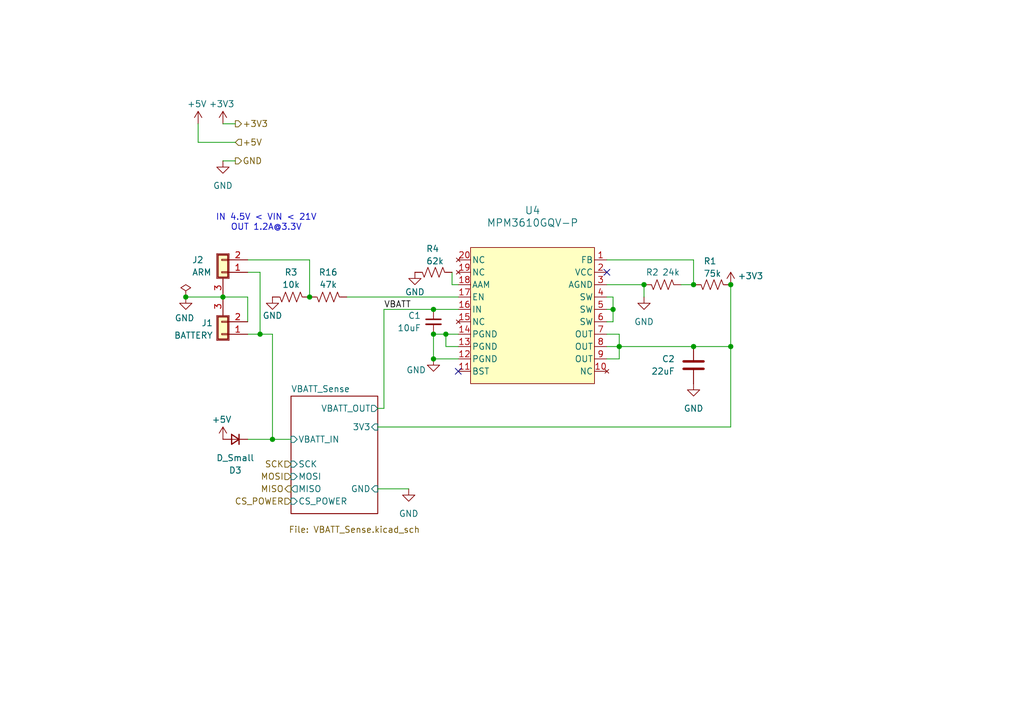
<source format=kicad_sch>
(kicad_sch (version 20250114) (generator "eeschema") (generator_version "9.0")
  (paper "A5")
  (title_block (title "Power Managment") (rev "A") (company "UCSC Rocket Team") (comment 1 "Ruhmit Sahu"))
  (lib_symbols
    (symbol "Avionics_Symbols:MPM3610GQV-P" (pin_names (offset 0.254))
      (property "Reference" "U" (at 20.32 10.16 0))
      (property "Value" "MPM3610GQV-P" (at 20.32 7.62 0))
      (symbol "MPM3610GQV-P_0_1"
        (pin no_connect line (at 5.08 0 0) (length 2.54) (name "NC") (number "20"))
        (pin no_connect line (at 5.08 -2.54 0) (length 2.54) (name "NC") (number "19"))
        (pin output line (at 5.08 -5.08 0) (length 2.54) (name "AAM") (number "18"))
        (pin input line (at 5.08 -7.62 0) (length 2.54) (name "EN") (number "17"))
        (pin power_in line (at 5.08 -10.16 0) (length 2.54) (name "IN") (number "16"))
        (pin no_connect line (at 5.08 -12.7 0) (length 2.54) (name "NC") (number "15"))
        (pin power_in line (at 5.08 -15.24 0) (length 2.54) (name "PGND") (number "14"))
        (pin power_in line (at 5.08 -17.78 0) (length 2.54) (name "PGND") (number "13"))
        (pin power_in line (at 5.08 -20.32 0) (length 2.54) (name "PGND") (number "12"))
        (pin unspecified line (at 5.08 -22.86 0) (length 2.54) (name "BST") (number "11"))
        (pin input line (at 35.56 0 180) (length 2.54) (name "FB") (number "1"))
        (pin power_in line (at 35.56 -2.54 180) (length 2.54) (name "VCC") (number "2"))
        (pin power_in line (at 35.56 -5.08 180) (length 2.54) (name "AGND") (number "3"))
        (pin unspecified line (at 35.56 -7.62 180) (length 2.54) (name "SW") (number "4"))
        (pin unspecified line (at 35.56 -10.16 180) (length 2.54) (name "SW") (number "5"))
        (pin unspecified line (at 35.56 -12.7 180) (length 2.54) (name "SW") (number "6"))
        (pin power_out line (at 35.56 -15.24 180) (length 2.54) (name "OUT") (number "7"))
        (pin unspecified line (at 35.56 -17.78 180) (length 2.54) (name "OUT") (number "8"))
        (pin unspecified line (at 35.56 -20.32 180) (length 2.54) (name "OUT") (number "9"))
        (pin no_connect line (at 35.56 -22.86 180) (length 2.54) (name "NC") (number "10"))
      )
      (symbol "MPM3610GQV-P_1_1"
        (rectangle (start 33.02 2.54) (end 7.62 -25.4) (fill (type background)))
      )
    )
    (symbol "Conn_01x02_Shielded_1" (pin_names (offset 1.016) (hide yes))
      (property "Reference" "J1" (at 2.54 -2.5401 0))
      (property "Value" "BATTERY" (at 2.54 -0.0001 0))
      (symbol "Conn_01x02_Shielded_1_1_1"
        (rectangle (start -1.27 1.27) (end 1.27 -3.81) (stroke (width 0.1524)))
        (rectangle (start -1.016 1.016) (end 1.016 -3.556) (stroke (width 0.254)) (fill (type background)))
        (rectangle (start -1.016 0.127) (end 0.254 -0.127) (stroke (width 0.1524)))
        (rectangle (start -1.016 -2.413) (end 0.254 -2.667) (stroke (width 0.1524)))
        (pin passive line (at -5.08 0 0) (length 4.064) (name "Pin_1") (number "1"))
        (pin passive line (at -5.08 -2.54 0) (length 4.064) (name "Pin_2") (number "2"))
        (pin passive line (at 0 -7.62 90) (length 3.81) (name "Shield") (number "3"))
      )
    )
    (symbol "Conn_01x02_Shielded_2" (pin_names (offset 1.016) (hide yes))
      (property "Reference" "J3" (at 2.54 -2.5401 0))
      (property "Value" "BATTERY" (at 2.54 -0.0001 0))
      (symbol "Conn_01x02_Shielded_2_1_1"
        (rectangle (start -1.27 1.27) (end 1.27 -3.81) (stroke (width 0.1524)))
        (rectangle (start -1.016 1.016) (end 1.016 -3.556) (stroke (width 0.254)) (fill (type background)))
        (rectangle (start -1.016 0.127) (end 0.254 -0.127) (stroke (width 0.1524)))
        (rectangle (start -1.016 -2.413) (end 0.254 -2.667) (stroke (width 0.1524)))
        (pin passive line (at -5.08 0 0) (length 4.064) (name "Pin_1") (number "2"))
        (pin passive line (at -5.08 -2.54 0) (length 4.064) (name "Pin_2") (number "1"))
        (pin passive line (at 0 -7.62 90) (length 3.81) (name "Shield") (number "3"))
      )
    )
    (symbol "Device:C" (pin_numbers (hide yes)) (pin_names (offset 0.254))
      (property "Reference" "C" (at 0.635 2.54 0))
      (property "Value" "C" (at 0.635 -2.54 0))
      (symbol "C_0_1"
        (polyline (pts (xy -2.032 0.762) (xy 2.032 0.762)) (stroke (width 0.508)))
        (polyline (pts (xy -2.032 -0.762) (xy 2.032 -0.762)) (stroke (width 0.508)))
      )
      (symbol "C_1_1"
        (pin passive line (at 0 3.81 270) (length 2.794) (name "~") (number "1"))
        (pin passive line (at 0 -3.81 90) (length 2.794) (name "~") (number "2"))
      )
    )
    (symbol "Device:C_Small" (pin_numbers (hide yes)) (pin_names (offset 0.254) (hide yes))
      (property "Reference" "C" (at 0.254 1.778 0))
      (property "Value" "C_Small" (at 0.254 -2.032 0))
      (symbol "C_Small_0_1"
        (polyline (pts (xy -1.524 0.508) (xy 1.524 0.508)) (stroke (width 0.3048)))
        (polyline (pts (xy -1.524 -0.508) (xy 1.524 -0.508)) (stroke (width 0.3302)))
      )
      (symbol "C_Small_1_1"
        (pin passive line (at 0 2.54 270) (length 2.032) (name "~") (number "1"))
        (pin passive line (at 0 -2.54 90) (length 2.032) (name "~") (number "2"))
      )
    )
    (symbol "Device:D_Small" (pin_numbers (hide yes)) (pin_names (offset 0.254) (hide yes))
      (property "Reference" "D" (at -1.27 2.032 0))
      (property "Value" "D_Small" (at -3.81 -2.032 0))
      (symbol "D_Small_0_1"
        (polyline (pts (xy -0.762 0) (xy 0.762 0)))
        (polyline (pts (xy -0.762 -1.016) (xy -0.762 1.016)) (stroke (width 0.254)))
        (polyline (pts (xy 0.762 -1.016) (xy -0.762 0) (xy 0.762 1.016) (xy 0.762 -1.016)) (stroke (width 0.254)))
      )
      (symbol "D_Small_1_1"
        (pin passive line (at -2.54 0 0) (length 1.778) (name "K") (number "1"))
        (pin passive line (at 2.54 0 180) (length 1.778) (name "A") (number "2"))
      )
    )
    (symbol "Device:R_US" (pin_numbers (hide yes)) (pin_names (offset 0))
      (property "Reference" "R" (at 2.54 0 90))
      (property "Value" "R_US" (at -2.54 0 90))
      (symbol "R_US_0_1"
        (polyline (pts (xy 0 2.286) (xy 0 2.54)))
        (polyline (pts (xy 0 2.286) (xy 1.016 1.905) (xy 0 1.524) (xy -1.016 1.143) (xy 0 0.762)))
        (polyline (pts (xy 0 0.762) (xy 1.016 0.381) (xy 0 0) (xy -1.016 -0.381) (xy 0 -0.762)))
        (polyline (pts (xy 0 -0.762) (xy 1.016 -1.143) (xy 0 -1.524) (xy -1.016 -1.905) (xy 0 -2.286)))
        (polyline (pts (xy 0 -2.286) (xy 0 -2.54)))
      )
      (symbol "R_US_1_1"
        (pin passive line (at 0 3.81 270) (length 1.27) (name "~") (number "1"))
        (pin passive line (at 0 -3.81 90) (length 1.27) (name "~") (number "2"))
      )
    )
    (symbol "power:+3V3" (power) (pin_numbers (hide yes)) (pin_names (offset 0) (hide yes))
      (property "Value" "+3V3" (at 0 3.556 0))
      (symbol "+3V3_0_1"
        (polyline (pts (xy -0.762 1.27) (xy 0 2.54)))
        (polyline (pts (xy 0 2.54) (xy 0.762 1.27)))
        (polyline (pts (xy 0 0) (xy 0 2.54)))
      )
      (symbol "+3V3_1_1"
        (pin power_in line (at 0 0 90) (length 0) (name "~") (number "1"))
      )
    )
    (symbol "power:GND" (power) (pin_numbers (hide yes)) (pin_names (offset 0) (hide yes))
      (property "Value" "GND" (at 0 -3.81 0))
      (symbol "GND_0_1"
        (polyline (pts (xy 0 0) (xy 0 -1.27) (xy 1.27 -1.27) (xy 0 -2.54) (xy -1.27 -1.27) (xy 0 -1.27)))
      )
      (symbol "GND_1_1"
        (pin power_in line (at 0 0 270) (length 0) (name "~") (number "1"))
      )
    )
    (symbol "power:PWR_FLAG" (power) (pin_numbers (hide yes)) (pin_names (offset 0) (hide yes))
      (property "Value" "PWR_FLAG" (at 0 3.81 0))
      (symbol "PWR_FLAG_0_0"
        (pin power_out line (at 0 0 90) (length 0) (name "~") (number "1"))
      )
      (symbol "PWR_FLAG_0_1"
        (polyline (pts (xy 0 0) (xy 0 1.27) (xy -1.016 1.905) (xy 0 2.54) (xy 1.016 1.905) (xy 0 1.27)))
      )
    )
  )
  (text "IN 4.5V < VIN < 21V\nOUT 1.2A@3.3V" (at 54.61 45.72 0) (effects (font (size 1.27 1.27))))
  (junction (at 53.34 68.58))
  (junction (at 38.1 60.96))
  (junction (at 88.9 63.5))
  (junction (at 149.86 71.12))
  (junction (at 63.5 60.96))
  (junction (at 55.88 90.17))
  (junction (at 132.08 58.42))
  (junction (at 45.72 60.96))
  (junction (at 142.24 58.42))
  (junction (at 142.24 71.12))
  (junction (at 149.86 58.42))
  (junction (at 88.9 73.66))
  (junction (at 127 71.12))
  (junction (at 88.9 68.58))
  (junction (at 91.44 68.58))
  (junction (at 125.73 63.5))
  (no_connect (at 93.98 76.2))
  (no_connect (at 124.46 55.88))
  (wire (pts (xy 53.34 68.58) (xy 55.88 68.58)))
  (wire (pts (xy 125.73 63.5) (xy 124.46 63.5)))
  (wire (pts (xy 48.26 25.4) (xy 45.72 25.4)))
  (wire (pts (xy 93.98 68.58) (xy 91.44 68.58)))
  (wire (pts (xy 63.5 53.34) (xy 63.5 60.96)))
  (wire (pts (xy 93.98 73.66) (xy 88.9 73.66)))
  (wire (pts (xy 124.46 71.12) (xy 127 71.12)))
  (wire (pts (xy 142.24 53.34) (xy 142.24 58.42)))
  (wire (pts (xy 38.1 60.96) (xy 45.72 60.96)))
  (wire (pts (xy 40.64 29.21) (xy 48.26 29.21)))
  (wire (pts (xy 53.34 55.88) (xy 53.34 68.58)))
  (wire (pts (xy 93.98 71.12) (xy 91.44 71.12)))
  (wire (pts (xy 88.9 73.66) (xy 88.9 68.58)))
  (wire (pts (xy 125.73 66.04) (xy 125.73 63.5)))
  (wire (pts (xy 124.46 73.66) (xy 127 73.66)))
  (wire (pts (xy 55.88 68.58) (xy 55.88 90.17)))
  (wire (pts (xy 88.9 63.5) (xy 93.98 63.5)))
  (wire (pts (xy 149.86 58.42) (xy 149.86 71.12)))
  (wire (pts (xy 55.88 90.17) (xy 59.69 90.17)))
  (wire (pts (xy 142.24 58.42) (xy 139.7 58.42)))
  (wire (pts (xy 149.86 71.12) (xy 149.86 87.63)))
  (wire (pts (xy 91.44 71.12) (xy 91.44 68.58)))
  (wire (pts (xy 124.46 53.34) (xy 142.24 53.34)))
  (wire (pts (xy 78.74 63.5) (xy 78.74 83.82)))
  (wire (pts (xy 71.12 60.96) (xy 93.98 60.96)))
  (wire (pts (xy 50.8 68.58) (xy 53.34 68.58)))
  (wire (pts (xy 132.08 58.42) (xy 132.08 60.96)))
  (wire (pts (xy 48.26 33.02) (xy 45.72 33.02)))
  (wire (pts (xy 125.73 60.96) (xy 125.73 63.5)))
  (wire (pts (xy 50.8 90.17) (xy 55.88 90.17)))
  (wire (pts (xy 127 71.12) (xy 142.24 71.12)))
  (wire (pts (xy 127 71.12) (xy 127 73.66)))
  (wire (pts (xy 50.8 55.88) (xy 53.34 55.88)))
  (wire (pts (xy 40.64 25.4) (xy 40.64 29.21)))
  (wire (pts (xy 124.46 68.58) (xy 127 68.58)))
  (wire (pts (xy 127 68.58) (xy 127 71.12)))
  (wire (pts (xy 78.74 83.82) (xy 77.47 83.82)))
  (wire (pts (xy 50.8 66.04) (xy 50.8 60.96)))
  (wire (pts (xy 63.5 53.34) (xy 50.8 53.34)))
  (wire (pts (xy 77.47 87.63) (xy 149.86 87.63)))
  (wire (pts (xy 50.8 60.96) (xy 45.72 60.96)))
  (wire (pts (xy 124.46 66.04) (xy 125.73 66.04)))
  (wire (pts (xy 92.71 58.42) (xy 93.98 58.42)))
  (wire (pts (xy 77.47 100.33) (xy 83.82 100.33)))
  (wire (pts (xy 91.44 68.58) (xy 88.9 68.58)))
  (wire (pts (xy 92.71 55.88) (xy 92.71 58.42)))
  (wire (pts (xy 142.24 71.12) (xy 149.86 71.12)))
  (wire (pts (xy 124.46 60.96) (xy 125.73 60.96)))
  (wire (pts (xy 78.74 63.5) (xy 88.9 63.5)))
  (wire (pts (xy 124.46 58.42) (xy 132.08 58.42)))
  (label "VBATT" (at 78.74 63.5 0))
  (hierarchical_label "MOSI" (shape input) (at 59.69 97.79 180))
  (hierarchical_label "GND" (shape output) (at 48.26 33.02 0))
  (hierarchical_label "MISO" (shape output) (at 59.69 100.33 180))
  (hierarchical_label "+5V" (shape input) (at 48.26 29.21 0))
  (hierarchical_label "+3V3" (shape output) (at 48.26 25.4 0))
  (hierarchical_label "CS_POWER" (shape input) (at 59.69 102.87 180))
  (hierarchical_label "SCK" (shape input) (at 59.69 95.25 180))
  (symbol (lib_id "power:+3V3") (at 40.64 25.4 0) (mirror y) (unit 1)
    (property "Reference" "#PWR014" (effects (hide yes)))
    (property "Value" "+5V" (at 40.386 21.336 0))
    (property "Description" "Power symbol creates a global label with name \"+3V3\"" (effects (hide yes)))
  )
  (symbol (lib_id "power:GND") (at 142.24 78.74 0) (mirror y) (unit 1)
    (property "Reference" "#PWR0101" (effects (hide yes)))
    (property "Value" "GND" (at 142.24 83.82 0))
    (property "Description" "Power symbol creates a global label with name \"GND\" , ground" (effects (hide yes)))
  )
  (symbol (lib_id "power:GND") (at 45.72 33.02 0) (mirror y) (unit 1)
    (property "Reference" "#PWR054" (effects (hide yes)))
    (property "Value" "GND" (at 45.72 38.1 0))
    (property "Description" "Power symbol creates a global label with name \"GND\" , ground" (effects (hide yes)))
  )
  (symbol (lib_id "Device:D_Small") (at 48.26 90.17 180) (unit 1)
    (property "Reference" "D3" (at 48.26 96.52 0))
    (property "Value" "D_Small" (at 48.26 93.98 0))
    (property "Description" "Diode, small symbol" (effects (hide yes)))
    (property "Sim.Device" "D" (effects (hide yes)))
    (property "Sim.Pins" "1=K 2=A" (effects (hide yes)))
  )
  (symbol (lib_id "power:GND") (at 55.88 60.96 0) (mirror y) (unit 1)
    (property "Reference" "#PWR05" (effects (hide yes)))
    (property "Value" "GND" (at 55.88 64.77 0))
    (property "Description" "Power symbol creates a global label with name \"GND\" , ground" (effects (hide yes)))
  )
  (symbol (lib_id "Device:R_US") (at 59.69 60.96 270) (mirror x) (unit 1)
    (property "Reference" "R3" (at 59.69 55.88 90))
    (property "Value" "10k" (at 59.69 58.42 90))
    (property "Description" "Resistor, US symbol" (effects (hide yes)))
  )
  (symbol (lib_id "power:GND") (at 132.08 60.96 0) (mirror y) (unit 1)
    (property "Reference" "#PWR02" (effects (hide yes)))
    (property "Value" "GND" (at 132.08 66.04 0))
    (property "Description" "Power symbol creates a global label with name \"GND\" , ground" (effects (hide yes)))
  )
  (symbol (lib_id "Device:C") (at 142.24 74.93 0) (mirror y) (unit 1)
    (property "Reference" "C2" (at 138.43 73.6599 0) (effects (justify left)))
    (property "Value" "22uF" (at 138.43 76.1999 0) (effects (justify left)))
    (property "Description" "Unpolarized capacitor" (effects (hide yes)))
  )
  (symbol (lib_id "Device:R_US") (at 135.89 58.42 270) (mirror x) (unit 1)
    (property "Reference" "R2" (at 135.128 55.88 90) (effects (justify right)))
    (property "Value" "24k" (at 139.446 55.88 90) (effects (justify right)))
    (property "Description" "Resistor, US symbol" (effects (hide yes)))
  )
  (symbol (lib_id "power:GND") (at 88.9 73.66 0) (mirror y) (unit 1)
    (property "Reference" "#PWR04" (effects (hide yes)))
    (property "Value" "GND" (at 85.344 75.946 0))
    (property "Description" "Power symbol creates a global label with name \"GND\" , ground" (effects (hide yes)))
  )
  (symbol (lib_id "power:GND") (at 83.82 100.33 0) (unit 1)
    (property "Reference" "#PWR06" (effects (hide yes)))
    (property "Value" "GND" (at 83.82 105.41 0))
    (property "Description" "Power symbol creates a global label with name \"GND\" , ground" (effects (hide yes)))
  )
  (symbol (lib_id "Device:R_US") (at 88.9 55.88 90) (mirror x) (unit 1)
    (property "Reference" "R4" (at 87.376 51.054 90) (effects (justify right)))
    (property "Value" "62k" (at 87.376 53.594 90) (effects (justify right)))
    (property "Description" "Resistor, US symbol" (effects (hide yes)))
  )
  (symbol (lib_id "power:GND") (at 38.1 60.96 0) (mirror y) (unit 1)
    (property "Reference" "#PWR03" (effects (hide yes)))
    (property "Value" "GND" (at 37.846 65.278 0))
    (property "Description" "Power symbol creates a global label with name \"GND\" , ground" (effects (hide yes)))
  )
  (symbol (lib_id "Avionics_Symbols:MPM3610GQV-P") (at 88.9 53.34 0) (unit 1)
    (property "Reference" "U4" (at 109.22 43.18 0) (effects (font (size 1.524 1.524))))
    (property "Value" "MPM3610GQV-P" (at 109.22 45.72 0) (effects (font (size 1.524 1.524))))
  )
  (symbol (lib_name "Conn_01x02_Shielded_1") (lib_id "Connector_Generic_Shielded:Conn_01x02_Shielded") (at 45.72 68.58 180) (unit 1)
    (property "Reference" "J1" (at 43.688 66.294 0) (effects (justify left)))
    (property "Value" "BATTERY" (at 43.688 68.834 0) (effects (justify left)))
    (property "Footprint" "Avionics_Feet:0436500205" (effects (hide yes)))
    (property "Description" "Generic shielded connector, single row, 01x02, script generated (kicad-library-utils/schlib/autogen/connector/)" (effects (hide yes)))
  )
  (symbol (lib_id "power:+3V3") (at 149.86 58.42 0) (mirror y) (unit 1)
    (property "Reference" "#PWR0102" (effects (hide yes)))
    (property "Value" "+3V3" (at 153.924 56.642 0))
    (property "Description" "Power symbol creates a global label with name \"+3V3\"" (effects (hide yes)))
  )
  (symbol (lib_id "power:+3V3") (at 45.72 25.4 0) (mirror y) (unit 1)
    (property "Reference" "#PWR053" (effects (hide yes)))
    (property "Value" "+3V3" (at 45.466 21.336 0))
    (property "Description" "Power symbol creates a global label with name \"+3V3\"" (effects (hide yes)))
  )
  (symbol (lib_name "Conn_01x02_Shielded_2") (lib_id "Connector_Generic_Shielded:Conn_01x02_Shielded") (at 45.72 53.34 0) (mirror y) (unit 1)
    (property "Reference" "J2" (at 39.37 53.3399 0) (effects (justify right)))
    (property "Value" "ARM" (at 39.37 55.8799 0) (effects (justify right)))
    (property "Footprint" "Avionics_Feet:0436500205" (effects (hide yes)))
    (property "Description" "Generic shielded connector, single row, 01x02, script generated (kicad-library-utils/schlib/autogen/connector/)" (effects (hide yes)))
  )
  (symbol (lib_id "Device:C_Small") (at 88.9 66.04 0) (mirror y) (unit 1)
    (property "Reference" "C1" (at 86.36 64.7762 0) (effects (justify left)))
    (property "Value" "10uF" (at 86.36 67.3162 0) (effects (justify left)))
    (property "Description" "Unpolarized capacitor, small symbol" (effects (hide yes)))
  )
  (symbol (lib_id "Device:R_US") (at 146.05 58.42 270) (mirror x) (unit 1)
    (property "Reference" "R1" (at 144.272 53.594 90) (effects (justify left)))
    (property "Value" "75k" (at 144.272 56.134 90) (effects (justify left)))
    (property "Description" "Resistor, US symbol" (effects (hide yes)))
  )
  (symbol (lib_id "power:GND") (at 85.09 55.88 0) (mirror y) (unit 1)
    (property "Reference" "#PWR01" (effects (hide yes)))
    (property "Value" "GND" (at 85.09 59.944 0))
    (property "Description" "Power symbol creates a global label with name \"GND\" , ground" (effects (hide yes)))
  )
  (symbol (lib_id "Device:R_US") (at 67.31 60.96 270) (mirror x) (unit 1)
    (property "Reference" "R16" (at 67.31 55.88 90))
    (property "Value" "47k" (at 67.31 58.42 90))
    (property "Description" "Resistor, US symbol" (effects (hide yes)))
  )
  (symbol (lib_id "power:+3V3") (at 45.72 90.17 0) (mirror y) (unit 1)
    (property "Reference" "#PWR037" (effects (hide yes)))
    (property "Value" "+5V" (at 45.466 86.106 0))
    (property "Description" "Power symbol creates a global label with name \"+3V3\"" (effects (hide yes)))
  )
  (symbol (lib_id "power:PWR_FLAG") (at 38.1 60.96 0) (unit 1)
    (property "Reference" "#FLG04" (effects (hide yes)))
    (property "Value" "PWR_FLAG" (effects (hide yes)))
    (property "Description" "Special symbol for telling ERC where power comes from" (effects (hide yes)))
  )
  (sheet (at 59.69 81.28) (size 17.78 24.13) (stroke (width 0.1524))
    (property "Sheetname" "VBATT_Sense" (at 59.69 80.5684 0) (effects (justify left bottom)))
    (property "Sheetfile" "VBATT_Sense.kicad_sch" (at 59.182 107.95 0) (effects (justify left top)))
    (pin "VBATT_IN" input (at 59.69 90.17 180))
    (pin "3V3" input (at 77.47 87.63 0))
    (pin "CS_POWER" input (at 59.69 102.87 180))
    (pin "GND" input (at 77.47 100.33 0))
    (pin "MISO" output (at 59.69 100.33 180))
    (pin "MOSI" input (at 59.69 97.79 180))
    (pin "SCK" input (at 59.69 95.25 180))
    (pin "VBATT_OUT" output (at 77.47 83.82 0))
  )
)
</source>
